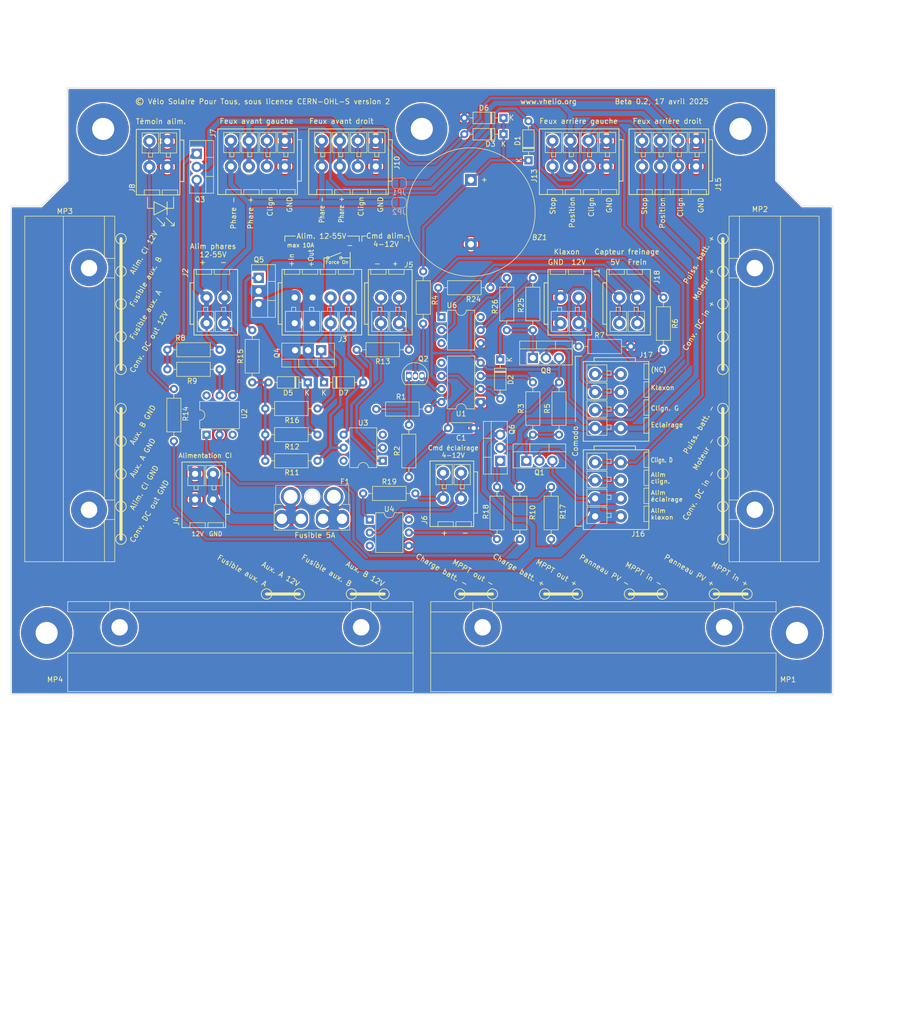
<source format=kicad_pcb>
(kicad_pcb (version 20211014) (generator pcbnew)

  (general
    (thickness 1.6)
  )

  (paper "A4")
  (layers
    (0 "F.Cu" signal)
    (31 "B.Cu" signal)
    (32 "B.Adhes" user "B.Adhesive")
    (33 "F.Adhes" user "F.Adhesive")
    (34 "B.Paste" user)
    (35 "F.Paste" user)
    (36 "B.SilkS" user "B.Silkscreen")
    (37 "F.SilkS" user "F.Silkscreen")
    (38 "B.Mask" user)
    (39 "F.Mask" user)
    (40 "Dwgs.User" user "User.Drawings")
    (41 "Cmts.User" user "User.Comments")
    (42 "Eco1.User" user "User.Eco1")
    (43 "Eco2.User" user "User.Eco2")
    (44 "Edge.Cuts" user)
    (45 "Margin" user)
    (46 "B.CrtYd" user "B.Courtyard")
    (47 "F.CrtYd" user "F.Courtyard")
    (48 "B.Fab" user)
    (49 "F.Fab" user)
    (50 "User.1" user)
    (51 "User.2" user)
    (52 "User.3" user)
    (53 "User.4" user)
    (54 "User.5" user)
    (55 "User.6" user)
    (56 "User.7" user)
    (57 "User.8" user)
    (58 "User.9" user)
  )

  (setup
    (stackup
      (layer "F.SilkS" (type "Top Silk Screen"))
      (layer "F.Paste" (type "Top Solder Paste"))
      (layer "F.Mask" (type "Top Solder Mask") (thickness 0.01))
      (layer "F.Cu" (type "copper") (thickness 0.035))
      (layer "dielectric 1" (type "core") (thickness 1.51) (material "FR4") (epsilon_r 4.5) (loss_tangent 0.02))
      (layer "B.Cu" (type "copper") (thickness 0.035))
      (layer "B.Mask" (type "Bottom Solder Mask") (thickness 0.01))
      (layer "B.Paste" (type "Bottom Solder Paste"))
      (layer "B.SilkS" (type "Bottom Silk Screen"))
      (copper_finish "None")
      (dielectric_constraints no)
    )
    (pad_to_mask_clearance 0)
    (pcbplotparams
      (layerselection 0x00010e0_ffffffff)
      (disableapertmacros false)
      (usegerberextensions false)
      (usegerberattributes true)
      (usegerberadvancedattributes true)
      (creategerberjobfile true)
      (svguseinch false)
      (svgprecision 6)
      (excludeedgelayer true)
      (plotframeref false)
      (viasonmask false)
      (mode 1)
      (useauxorigin false)
      (hpglpennumber 1)
      (hpglpenspeed 20)
      (hpglpendiameter 15.000000)
      (dxfpolygonmode true)
      (dxfimperialunits true)
      (dxfusepcbnewfont true)
      (psnegative false)
      (psa4output false)
      (plotreference true)
      (plotvalue true)
      (plotinvisibletext false)
      (sketchpadsonfab false)
      (subtractmaskfromsilk false)
      (outputformat 1)
      (mirror false)
      (drillshape 0)
      (scaleselection 1)
      (outputdirectory "")
    )
  )

  (net 0 "")
  (net 1 "GND")
  (net 2 "Net-(F1-Pad2)")
  (net 3 "Net-(D1-Pad2)")
  (net 4 "Net-(D3-Pad2)")
  (net 5 "/Phares")
  (net 6 "Net-(J1-Pad2)")
  (net 7 "/Flasher/Out")
  (net 8 "unconnected-(J17-Pad1)")
  (net 9 "/12V_5A")
  (net 10 "/Flasher/Enable")
  (net 11 "/Contacteur Phares/Input")
  (net 12 "/Contacteur Phares/GND")
  (net 13 "/Contacteur Phares/Output")
  (net 14 "Net-(D4-Pad2)")
  (net 15 "/Conv12V_In.Vbatt")
  (net 16 "/Contacteur alim./Input")
  (net 17 "/Contacteur alim./SW_On")
  (net 18 "/Contacteur alim./GND")
  (net 19 "/Contacteur alim./Cmd_GND")
  (net 20 "/Contacteur alim./Cmd_On")
  (net 21 "/Contacteur Eclairage/Cmd_On")
  (net 22 "/Contacteur Eclairage/Cmd_GND")
  (net 23 "Net-(Q4-Pad1)")
  (net 24 "Net-(Q5-Pad1)")
  (net 25 "Net-(C1-Pad1)")
  (net 26 "Net-(D2-Pad1)")
  (net 27 "Net-(D5-Pad2)")
  (net 28 "Net-(Q1-Pad1)")
  (net 29 "Net-(Q2-Pad1)")
  (net 30 "Net-(Q2-Pad2)")
  (net 31 "Net-(Q2-Pad3)")
  (net 32 "Net-(Q3-Pad1)")
  (net 33 "Net-(Q6-Pad1)")
  (net 34 "Net-(R3-Pad1)")
  (net 35 "Net-(R9-Pad2)")
  (net 36 "Net-(R10-Pad1)")
  (net 37 "Net-(R13-Pad1)")
  (net 38 "Net-(R18-Pad2)")
  (net 39 "Net-(R19-Pad1)")
  (net 40 "unconnected-(U1-Pad5)")
  (net 41 "unconnected-(U2-Pad3)")
  (net 42 "unconnected-(U2-Pad6)")
  (net 43 "unconnected-(U3-Pad3)")
  (net 44 "unconnected-(U3-Pad6)")
  (net 45 "unconnected-(U4-Pad3)")
  (net 46 "unconnected-(U4-Pad6)")
  (net 47 "/Contacteur feux stop/FeuxStop")
  (net 48 "/Contacteur feux stop/5V_Frein")
  (net 49 "/Contacteur feux stop/Signal_Frein")
  (net 50 "Net-(Q8-Pad1)")
  (net 51 "Net-(R24-Pad1)")
  (net 52 "Net-(R25-Pad1)")
  (net 53 "unconnected-(U6-Pad3)")
  (net 54 "unconnected-(U6-Pad6)")

  (footprint "circuit:Wago_221-500_SplicingConnectorHolder" (layer "F.Cu") (at 95.25 82.55 90))

  (footprint "circuit:TerminalBlock_Wago_2601-3102_1x02_P3.50mm_Vertical" (layer "F.Cu") (at 198.429997 64.77))

  (footprint "circuit:MountingHole_5mm" (layer "F.Cu") (at 87 130))

  (footprint "Resistor_THT:R_Axial_DIN0207_L6.3mm_D2.5mm_P10.16mm_Horizontal" (layer "F.Cu") (at 147.32 74.93))

  (footprint "circuit:Buzzer_25x16_12.5" (layer "F.Cu") (at 169.545 41.91 -90))

  (footprint "Package_DIP:DIP-6_W7.62mm" (layer "F.Cu") (at 163.83 68.58))

  (footprint "Diode_THT:D_DO-35_SOD27_P7.62mm_Horizontal" (layer "F.Cu") (at 140.97 81.28))

  (footprint "Resistor_THT:R_Axial_DIN0207_L6.3mm_D2.5mm_P10.16mm_Horizontal" (layer "F.Cu") (at 174.625 101.6 -90))

  (footprint "Resistor_THT:R_Axial_DIN0207_L6.3mm_D2.5mm_P10.16mm_Horizontal" (layer "F.Cu") (at 207.01 64.77 -90))

  (footprint "circuit:TO-220-3_Vertical" (layer "F.Cu") (at 140.415001 75.02 180))

  (footprint "circuit:Generic_FuseHolder_MINI" (layer "F.Cu") (at 144.475 107.805 180))

  (footprint "Resistor_THT:R_Axial_DIN0207_L6.3mm_D2.5mm_P10.16mm_Horizontal" (layer "F.Cu") (at 161.29 86.46 180))

  (footprint "Package_DIP:DIP-8_W7.62mm" (layer "F.Cu") (at 171.45 85.09 180))

  (footprint "circuit:TerminalBlock_Wago_2601-3102_1x02_P3.50mm_Vertical" (layer "F.Cu") (at 119.38 104.06 180))

  (footprint "Resistor_THT:R_Axial_DIN0207_L6.3mm_D2.5mm_P10.16mm_Horizontal" (layer "F.Cu") (at 157.48 89.535 -90))

  (footprint "Resistor_THT:R_Axial_DIN0207_L6.3mm_D2.5mm_P10.16mm_Horizontal" (layer "F.Cu") (at 163.195 62.865))

  (footprint "Resistor_THT:R_Axial_DIN0207_L6.3mm_D2.5mm_P10.16mm_Horizontal" (layer "F.Cu") (at 176.53 60.96 -90))

  (footprint "Resistor_THT:R_Axial_DIN0207_L6.3mm_D2.5mm_P10.16mm_Horizontal" (layer "F.Cu") (at 179.07 111.76 90))

  (footprint "circuit:MountingHole_5mm" (layer "F.Cu") (at 98 32))

  (footprint "circuit:TerminalBlock_Wago_2601-3104_1x04_P3.50mm_Vertical" (layer "F.Cu") (at 195.920004 39.29 180))

  (footprint "circuit:TO-220-3_Vertical" (layer "F.Cu") (at 180.34 96.52))

  (footprint "Resistor_THT:R_Axial_DIN0207_L6.3mm_D2.5mm_P10.16mm_Horizontal" (layer "F.Cu") (at 110.49 78.74))

  (footprint "Diode_THT:D_DO-35_SOD27_P7.62mm_Horizontal" (layer "F.Cu") (at 137.795 81.28 180))

  (footprint "circuit:TerminalBlock_Wago_2601-3104_1x04_P3.50mm_Vertical" (layer "F.Cu") (at 213.370004 39.29 180))

  (footprint "circuit:TO-92L_Inline" (layer "F.Cu") (at 157.48 80.01))

  (footprint "circuit:MountingHole_5mm" (layer "F.Cu") (at 222 32))

  (footprint "Resistor_THT:R_Axial_DIN0207_L6.3mm_D2.5mm_P10.16mm_Horizontal" (layer "F.Cu") (at 129.54 86.36))

  (footprint "circuit:TerminalBlock_Wago_2601-3104_1x04_P3.50mm_Vertical" (layer "F.Cu") (at 133.35 39.29 180))

  (footprint "Diode_THT:D_DO-35_SOD27_P7.62mm_Horizontal" (layer "F.Cu") (at 175.895 33.02 180))

  (footprint "Resistor_THT:R_Axial_DIN0207_L6.3mm_D2.5mm_P10.16mm_Horizontal" (layer "F.Cu") (at 111.76 82.55 -90))

  (footprint "Diode_THT:D_DO-35_SOD27_P7.62mm_Horizontal" (layer "F.Cu") (at 175.26 76.835 -90))

  (footprint "Resistor_THT:R_Axial_DIN0207_L6.3mm_D2.5mm_P10.16mm_Horizontal" (layer "F.Cu") (at 181.61 81.28 -90))

  (footprint "Capacitor_THT:C_Disc_D4.3mm_W1.9mm_P5.00mm" (layer "F.Cu") (at 165.1 90.17))

  (footprint "Resistor_THT:R_Axial_DIN0207_L6.3mm_D2.5mm_P10.16mm_Horizontal" (layer "F.Cu") (at 160.274 69.85 90))

  (footprint "circuit:TerminalBlock_Wago_2601-3102_1x02_P3.50mm_Vertical" (layer "F.Cu") (at 152.055 64.77))

  (footprint "Diode_THT:D_DO-35_SOD27_P7.62mm_Horizontal" (layer "F.Cu") (at 180.75 38.1 90))

  (footprint "circuit:TerminalBlock_Wago_2601-3104_1x04_P3.50mm_Vertical" (layer "F.Cu") (at 198.7161 96.829996 -90))

  (footprint "circuit:TO-220-3_Vertical" (layer "F.Cu") (at 116.205 36.83 -90))

  (footprint "Diode_THT:D_DO-35_SOD27_P7.62mm_Horizontal" (layer "F.Cu") (at 175.895 29.845 180))

  (footprint "circuit:TerminalBlock_Wago_2601-3104_1x04_P3.50mm_Vertical" (layer "F.Cu")
    (tedit 67E5B593) (tstamp 87af2957-c7cf-4ad5-b3b0-0d3b1f7e8419)
    (at 135.255 64.77)
    (tags "Wago 2601-3104")
    (property "Sheetfile" "circuit.kicad_sch")
    (property "Sheetname" "")
    (path "/14a8bea9-2369-4417-8404-546b703c6cc5")
    (attr through_hole)
    (fp_text reference "J3" (at 8.341004 8.128 unlocked) (layer "F.SilkS")
      (effects (font (size 1 1) (thickness 0.15) italic) (justify left))
      (tstamp 75a550ee-5c56-40de-8acf-51dfdc8df774)
    )
    (fp_text value "Conn_Contacteur55V" (at 6.35 12.7 unlocked) (layer "F.Fab")
      (effects (font (size 1 1) (thickness 0.15)))
      (tstamp 0b832163-a351-433a-bb92-092f1e6d08aa)
    )
    (fp_text user "${REFERENCE}" (at -2.54 8.89 unlocked) (layer "F.Fab")
      (effects (font (size 1 1) (thickness 0.15)) (justify left))
      (tstamp 8a30490c-1e03-4c9a-b75d-5c36047969d6)
    )
    (fp_line (start 1.500004 -4.5) (end 1.500004 -5.5) (layer "F.SilkS") (width 0.12) (tstamp 042c4dc7-15da-4bf4-8443-bb77cdd2791c))
    (fp_line (start 9.900004 1.9) (end 9.900004 2.7)
... [1843143 chars truncated]
</source>
